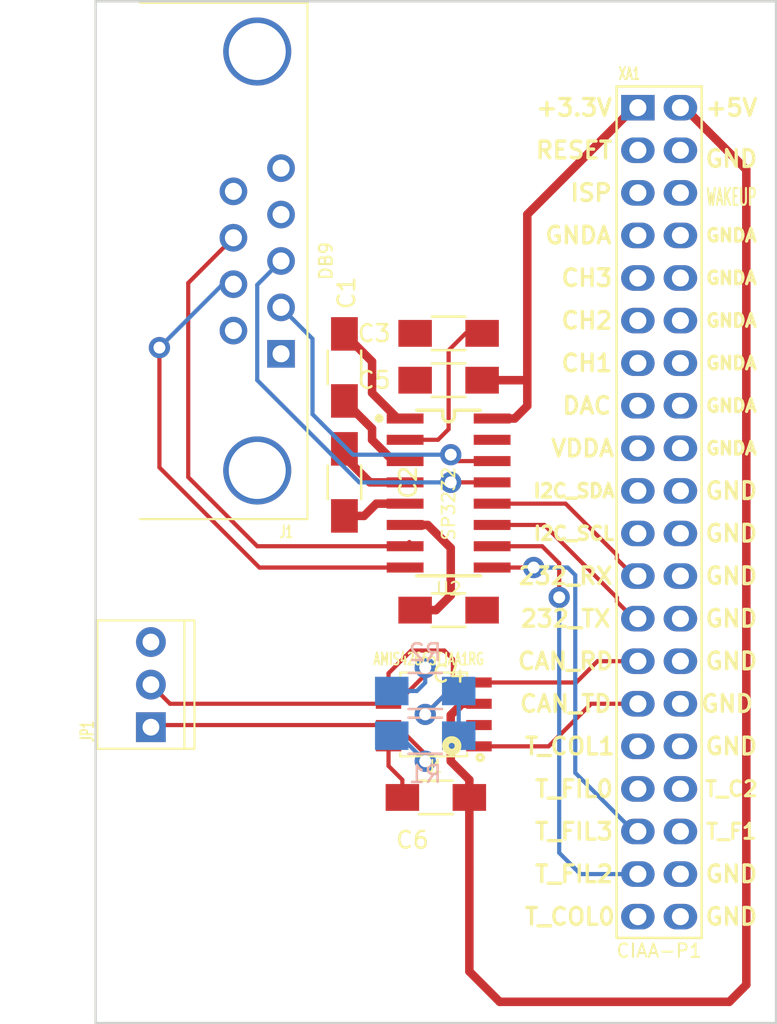
<source format=kicad_pcb>
(kicad_pcb (version 4) (host pcbnew 4.0.0-1rc2.201511201506+6189~38~ubuntu15.10.1-stable)

  (general
    (links 44)
    (no_connects 39)
    (area 117.278499 74.252499 163.905001 135.457001)
    (thickness 1.6)
    (drawings 4)
    (tracks 133)
    (zones 0)
    (modules 13)
    (nets 49)
  )

  (page A4)
  (layers
    (0 F.Cu signal)
    (31 B.Cu signal)
    (32 B.Adhes user)
    (33 F.Adhes user)
    (34 B.Paste user)
    (35 F.Paste user)
    (36 B.SilkS user)
    (37 F.SilkS user)
    (38 B.Mask user)
    (39 F.Mask user)
    (40 Dwgs.User user)
    (41 Cmts.User user)
    (42 Eco1.User user)
    (43 Eco2.User user)
    (44 Edge.Cuts user)
    (45 Margin user)
    (46 B.CrtYd user)
    (47 F.CrtYd user)
    (48 B.Fab user)
    (49 F.Fab user)
  )

  (setup
    (last_trace_width 0.508)
    (user_trace_width 0.3048)
    (user_trace_width 0.508)
    (trace_clearance 0.2)
    (zone_clearance 0.508)
    (zone_45_only no)
    (trace_min 0.2)
    (segment_width 0.2)
    (edge_width 0.15)
    (via_size 0.6)
    (via_drill 0.4)
    (via_min_size 0.4)
    (via_min_drill 0.3)
    (user_via 1.27 0.7112)
    (uvia_size 0.3)
    (uvia_drill 0.1)
    (uvias_allowed no)
    (uvia_min_size 0)
    (uvia_min_drill 0)
    (pcb_text_width 0.3)
    (pcb_text_size 1.5 1.5)
    (mod_edge_width 0.15)
    (mod_text_size 1 1)
    (mod_text_width 0.15)
    (pad_size 1.524 1.524)
    (pad_drill 0.762)
    (pad_to_mask_clearance 0.2)
    (aux_axis_origin 0 0)
    (visible_elements FFFEFF7F)
    (pcbplotparams
      (layerselection 0x00030_80000001)
      (usegerberextensions false)
      (excludeedgelayer true)
      (linewidth 0.100000)
      (plotframeref false)
      (viasonmask false)
      (mode 1)
      (useauxorigin false)
      (hpglpennumber 1)
      (hpglpenspeed 20)
      (hpglpendiameter 15)
      (hpglpenoverlay 2)
      (psnegative false)
      (psa4output false)
      (plotreference true)
      (plotvalue true)
      (plotinvisibletext false)
      (padsonsilk false)
      (subtractmaskfromsilk false)
      (outputformat 1)
      (mirror false)
      (drillshape 1)
      (scaleselection 1)
      (outputdirectory ""))
  )

  (net 0 "")
  (net 1 GND)
  (net 2 +5V)
  (net 3 "Net-(C2-Pad1)")
  (net 4 "Net-(C2-Pad2)")
  (net 5 "Net-(C3-Pad2)")
  (net 6 "Net-(C4-Pad2)")
  (net 7 +3.3V)
  (net 8 "Net-(J1-Pad1)")
  (net 9 "Net-(J1-Pad2)")
  (net 10 "Net-(J1-Pad3)")
  (net 11 "Net-(J1-Pad4)")
  (net 12 "Net-(J1-Pad6)")
  (net 13 "Net-(J1-Pad7)")
  (net 14 "Net-(J1-Pad8)")
  (net 15 "Net-(J1-Pad9)")
  (net 16 "Net-(JP1-Pad1)")
  (net 17 "Net-(JP1-Pad2)")
  (net 18 "Net-(R1-Pad2)")
  (net 19 "/Conector y Can/CAN_TX")
  (net 20 "/Conector y Can/CAN_RX")
  (net 21 "/Conector y Can/RTS")
  (net 22 "/Conector y Can/CTS")
  (net 23 "/Conector y Can/RXD")
  (net 24 "/Conector y Can/TXD")
  (net 25 "Net-(XA1-Pad11)")
  (net 26 "Net-(XA1-Pad13)")
  (net 27 "Net-(XA1-Pad6)")
  (net 28 "Net-(XA1-Pad15)")
  (net 29 "Net-(XA1-Pad8)")
  (net 30 "Net-(XA1-Pad17)")
  (net 31 "Net-(XA1-Pad10)")
  (net 32 "Net-(XA1-Pad19)")
  (net 33 "Net-(XA1-Pad12)")
  (net 34 "Net-(XA1-Pad21)")
  (net 35 "Net-(XA1-Pad14)")
  (net 36 "Net-(XA1-Pad16)")
  (net 37 "Net-(XA1-Pad18)")
  (net 38 "Net-(XA1-Pad31)")
  (net 39 "Net-(XA1-Pad33)")
  (net 40 "Net-(XA1-Pad34)")
  (net 41 "Net-(XA1-Pad36)")
  (net 42 "Net-(XA1-Pad3)")
  (net 43 "Net-(XA1-Pad5)")
  (net 44 "Net-(XA1-Pad7)")
  (net 45 "Net-(XA1-Pad9)")
  (net 46 "Net-(XA1-Pad39)")
  (net 47 "Net-(C1-Pad1)")
  (net 48 "Net-(C1-Pad2)")

  (net_class Default "Este es el tipo de red por defecto."
    (clearance 0.2)
    (trace_width 0.25)
    (via_dia 0.6)
    (via_drill 0.4)
    (uvia_dia 0.3)
    (uvia_drill 0.1)
    (add_net +3.3V)
    (add_net +5V)
    (add_net "/Conector y Can/CAN_RX")
    (add_net "/Conector y Can/CAN_TX")
    (add_net "/Conector y Can/CTS")
    (add_net "/Conector y Can/RTS")
    (add_net "/Conector y Can/RXD")
    (add_net "/Conector y Can/TXD")
    (add_net GND)
    (add_net "Net-(C1-Pad1)")
    (add_net "Net-(C1-Pad2)")
    (add_net "Net-(C2-Pad1)")
    (add_net "Net-(C2-Pad2)")
    (add_net "Net-(C3-Pad2)")
    (add_net "Net-(C4-Pad2)")
    (add_net "Net-(J1-Pad1)")
    (add_net "Net-(J1-Pad2)")
    (add_net "Net-(J1-Pad3)")
    (add_net "Net-(J1-Pad4)")
    (add_net "Net-(J1-Pad6)")
    (add_net "Net-(J1-Pad7)")
    (add_net "Net-(J1-Pad8)")
    (add_net "Net-(J1-Pad9)")
    (add_net "Net-(JP1-Pad1)")
    (add_net "Net-(JP1-Pad2)")
    (add_net "Net-(R1-Pad2)")
    (add_net "Net-(XA1-Pad10)")
    (add_net "Net-(XA1-Pad11)")
    (add_net "Net-(XA1-Pad12)")
    (add_net "Net-(XA1-Pad13)")
    (add_net "Net-(XA1-Pad14)")
    (add_net "Net-(XA1-Pad15)")
    (add_net "Net-(XA1-Pad16)")
    (add_net "Net-(XA1-Pad17)")
    (add_net "Net-(XA1-Pad18)")
    (add_net "Net-(XA1-Pad19)")
    (add_net "Net-(XA1-Pad21)")
    (add_net "Net-(XA1-Pad3)")
    (add_net "Net-(XA1-Pad31)")
    (add_net "Net-(XA1-Pad33)")
    (add_net "Net-(XA1-Pad34)")
    (add_net "Net-(XA1-Pad36)")
    (add_net "Net-(XA1-Pad39)")
    (add_net "Net-(XA1-Pad5)")
    (add_net "Net-(XA1-Pad6)")
    (add_net "Net-(XA1-Pad7)")
    (add_net "Net-(XA1-Pad8)")
    (add_net "Net-(XA1-Pad9)")
  )

  (module ej2:DB9_F_TH (layer F.Cu) (tedit 565607B0) (tstamp 565E0074)
    (at 132.842 89.916 90)
    (path /565DDBA2/565E0974)
    (fp_text reference J1 (at -16.165 1.735 180) (layer F.SilkS)
      (effects (font (size 0.7112 0.4572) (thickness 0.1143)))
    )
    (fp_text value DB9 (at 0 4.1 90) (layer F.SilkS)
      (effects (font (size 0.762 0.762) (thickness 0.127)))
    )
    (fp_line (start 15.4 3) (end 15.4 -7) (layer F.SilkS) (width 0.127))
    (fp_line (start 15.4 -9.5) (end 15.4 -7) (layer Dwgs.User) (width 0.127))
    (fp_line (start -15.4 3) (end -15.4 -7) (layer F.SilkS) (width 0.127))
    (fp_line (start -15.4 -9.5) (end -15.4 -7) (layer Dwgs.User) (width 0.127))
    (fp_line (start -15.4 -9.1) (end 15.4 -9.1) (layer Dwgs.User) (width 0.127))
    (fp_arc (start -14.2 -14.3) (end -14.2 -14.5) (angle 90) (layer Dwgs.User) (width 0.127))
    (fp_arc (start -13.8 -14.3) (end -14 -14.3) (angle 90) (layer Dwgs.User) (width 0.127))
    (fp_arc (start -10.8 -14.3) (end -11 -14.3) (angle 90) (layer Dwgs.User) (width 0.127))
    (fp_arc (start -11.2 -14.3) (end -11.2 -14.5) (angle 90) (layer Dwgs.User) (width 0.127))
    (fp_arc (start 11.2 -14.3) (end 11 -14.3) (angle 90) (layer Dwgs.User) (width 0.127))
    (fp_arc (start 10.8 -14.3) (end 10.8 -14.5) (angle 90) (layer Dwgs.User) (width 0.127))
    (fp_arc (start 14.2 -14.3) (end 14 -14.3) (angle 90) (layer Dwgs.User) (width 0.127))
    (fp_arc (start 13.8 -14.3) (end 13.8 -14.5) (angle 90) (layer Dwgs.User) (width 0.127))
    (fp_line (start 10 -14.1) (end 10 -9.5) (layer Dwgs.User) (width 0.127))
    (fp_line (start 15 -14.1) (end 15 -9.5) (layer Dwgs.User) (width 0.127))
    (fp_line (start 10.4 -14.5) (end 14.6 -14.5) (layer Dwgs.User) (width 0.127))
    (fp_line (start -15 -14.1) (end -15 -9.5) (layer Dwgs.User) (width 0.127))
    (fp_line (start -10 -14.1) (end -10 -9.5) (layer Dwgs.User) (width 0.127))
    (fp_line (start -14.6 -14.5) (end -10.4 -14.5) (layer Dwgs.User) (width 0.127))
    (fp_arc (start -14.6 -14.1) (end -15 -14.1) (angle 90) (layer Dwgs.User) (width 0.127))
    (fp_arc (start -10.4 -14.1) (end -10.4 -14.5) (angle 90) (layer Dwgs.User) (width 0.127))
    (fp_arc (start 10.4 -14.1) (end 10 -14.1) (angle 90) (layer Dwgs.User) (width 0.127))
    (fp_arc (start 14.6 -14.1) (end 14.6 -14.5) (angle 90) (layer Dwgs.User) (width 0.127))
    (fp_line (start 14 -14.5) (end 14 -9.5) (layer Dwgs.User) (width 0.127))
    (fp_line (start 11 -14.5) (end 11 -9.5) (layer Dwgs.User) (width 0.127))
    (fp_line (start -11 -14.5) (end -11 -9.5) (layer Dwgs.User) (width 0.127))
    (fp_line (start -14 -14.5) (end -14 -9.5) (layer Dwgs.User) (width 0.127))
    (fp_line (start 7.8 -15.3) (end -7.8 -15.3) (layer Dwgs.User) (width 0.127))
    (fp_line (start 8.2 -14.9) (end 8.2 -9.5) (layer Dwgs.User) (width 0.127))
    (fp_line (start -8.2 -14.9) (end -8.2 -9.5) (layer Dwgs.User) (width 0.127))
    (fp_arc (start -7.8 -14.9) (end -8.2 -14.9) (angle 90) (layer Dwgs.User) (width 0.127))
    (fp_arc (start 7.8 -14.9) (end 7.8 -15.3) (angle 90) (layer Dwgs.User) (width 0.127))
    (fp_line (start 15.4 3) (end -15.4 3) (layer F.SilkS) (width 0.127))
    (fp_line (start -15.4 -9.5) (end 15.4 -9.5) (layer Dwgs.User) (width 0.127))
    (pad 1 thru_hole rect (at -5.5372 1.4224 90) (size 1.651 1.651) (drill 1.016) (layers *.Cu *.Mask)
      (net 8 "Net-(J1-Pad1)"))
    (pad 2 thru_hole circle (at -2.7686 1.4224 90) (size 1.651 1.651) (drill 1.016) (layers *.Cu *.Mask)
      (net 9 "Net-(J1-Pad2)"))
    (pad 3 thru_hole circle (at 0 1.4224 90) (size 1.651 1.651) (drill 1.016) (layers *.Cu *.Mask)
      (net 10 "Net-(J1-Pad3)"))
    (pad 4 thru_hole circle (at 2.7686 1.4224 90) (size 1.651 1.651) (drill 1.016) (layers *.Cu *.Mask)
      (net 11 "Net-(J1-Pad4)"))
    (pad 5 thru_hole circle (at 5.5372 1.4224 90) (size 1.651 1.651) (drill 1.016) (layers *.Cu *.Mask)
      (net 1 GND))
    (pad 6 thru_hole circle (at -4.1529 -1.4224 90) (size 1.651 1.651) (drill 1.016) (layers *.Cu *.Mask)
      (net 12 "Net-(J1-Pad6)"))
    (pad 7 thru_hole circle (at -1.3843 -1.4224 90) (size 1.651 1.651) (drill 1.016) (layers *.Cu *.Mask)
      (net 13 "Net-(J1-Pad7)"))
    (pad 8 thru_hole circle (at 1.3843 -1.4224 90) (size 1.651 1.651) (drill 1.016) (layers *.Cu *.Mask)
      (net 14 "Net-(J1-Pad8)"))
    (pad 9 thru_hole circle (at 4.1529 -1.4224 90) (size 1.651 1.651) (drill 1.016) (layers *.Cu *.Mask)
      (net 15 "Net-(J1-Pad9)"))
    (pad 10 thru_hole circle (at -12.4968 0 90) (size 4.064 4.064) (drill 3.4) (layers *.Cu *.Mask))
    (pad 11 thru_hole circle (at 12.4968 0 90) (size 4.064 4.064) (drill 3.4) (layers *.Cu *.Mask))
    (model ${KIPRJMOD}/ej2.3dshapes/db_9f.wrl
      (at (xyz 0 0.31 0))
      (scale (xyz 1 1.1 1))
      (rotate (xyz 0 0 180))
    )
  )

  (module ej2:CON_PALETA_3 (layer F.Cu) (tedit 55918D28) (tstamp 565E007B)
    (at 126.492 115.189 90)
    (path /565DDB7A/565DFFE5)
    (fp_text reference JP1 (at -2.8 -3.8 90) (layer F.SilkS)
      (effects (font (size 0.762 0.4572) (thickness 0.127)))
    )
    (fp_text value CONN_3 (at 0 3.3 90) (layer F.Fab)
      (effects (font (size 0.762 0.4572) (thickness 0.127)))
    )
    (fp_line (start 3.83 -3.2) (end 3.83 2.6) (layer F.SilkS) (width 0.127))
    (fp_line (start -3.83 -3.2) (end 3.83 -3.2) (layer F.SilkS) (width 0.127))
    (fp_line (start -3.83 2.6) (end -3.83 -3.2) (layer F.SilkS) (width 0.127))
    (fp_line (start 3.83 2.6) (end -3.83 2.6) (layer F.SilkS) (width 0.127))
    (fp_line (start 3.83 2) (end -3.83 2) (layer F.SilkS) (width 0.127))
    (pad 1 thru_hole rect (at -2.54 0 90) (size 1.778 1.778) (drill 1) (layers *.Cu *.Mask)
      (net 16 "Net-(JP1-Pad1)"))
    (pad 2 thru_hole circle (at 0 0 90) (size 1.778 1.778) (drill 1) (layers *.Cu *.Mask)
      (net 17 "Net-(JP1-Pad2)"))
    (pad 3 thru_hole circle (at 2.54 0 90) (size 1.778 1.778) (drill 1) (layers *.Cu *.Mask)
      (net 1 GND))
    (model ${KIPRJMOD}/ej2.3dshapes/CON_PALETA_3.wrl
      (at (xyz 0 0.012 0))
      (scale (xyz 0.395 0.395 0.395))
      (rotate (xyz 0 0 180))
    )
  )

  (module ej2:R_1206_HandSoldering (layer B.Cu) (tedit 5418A20D) (tstamp 565E0081)
    (at 142.875 118.237)
    (descr "Resistor SMD 1206, hand soldering")
    (tags "resistor 1206")
    (path /565DDB7A/565DFB45)
    (attr smd)
    (fp_text reference R1 (at 0 2.3) (layer B.SilkS)
      (effects (font (size 1 1) (thickness 0.15)) (justify mirror))
    )
    (fp_text value 60 (at 0 -2.3) (layer B.Fab)
      (effects (font (size 1 1) (thickness 0.15)) (justify mirror))
    )
    (fp_line (start -3.3 1.2) (end 3.3 1.2) (layer B.CrtYd) (width 0.05))
    (fp_line (start -3.3 -1.2) (end 3.3 -1.2) (layer B.CrtYd) (width 0.05))
    (fp_line (start -3.3 1.2) (end -3.3 -1.2) (layer B.CrtYd) (width 0.05))
    (fp_line (start 3.3 1.2) (end 3.3 -1.2) (layer B.CrtYd) (width 0.05))
    (fp_line (start 1 -1.075) (end -1 -1.075) (layer B.SilkS) (width 0.15))
    (fp_line (start -1 1.075) (end 1 1.075) (layer B.SilkS) (width 0.15))
    (pad 1 smd rect (at -2 0) (size 2 1.7) (layers B.Cu B.Paste B.Mask)
      (net 16 "Net-(JP1-Pad1)"))
    (pad 2 smd rect (at 2 0) (size 2 1.7) (layers B.Cu B.Paste B.Mask)
      (net 18 "Net-(R1-Pad2)"))
    (model Resistors_SMD.3dshapes/R_1206_HandSoldering.wrl
      (at (xyz 0 0 0))
      (scale (xyz 1 1 1))
      (rotate (xyz 0 0 0))
    )
  )

  (module ej2:R_1206_HandSoldering (layer B.Cu) (tedit 5418A20D) (tstamp 565E0087)
    (at 142.875 115.57 180)
    (descr "Resistor SMD 1206, hand soldering")
    (tags "resistor 1206")
    (path /565DDB7A/565DFBFC)
    (attr smd)
    (fp_text reference R2 (at 0 2.3 180) (layer B.SilkS)
      (effects (font (size 1 1) (thickness 0.15)) (justify mirror))
    )
    (fp_text value 60 (at 0 -2.3 180) (layer B.Fab)
      (effects (font (size 1 1) (thickness 0.15)) (justify mirror))
    )
    (fp_line (start -3.3 1.2) (end 3.3 1.2) (layer B.CrtYd) (width 0.05))
    (fp_line (start -3.3 -1.2) (end 3.3 -1.2) (layer B.CrtYd) (width 0.05))
    (fp_line (start -3.3 1.2) (end -3.3 -1.2) (layer B.CrtYd) (width 0.05))
    (fp_line (start 3.3 1.2) (end 3.3 -1.2) (layer B.CrtYd) (width 0.05))
    (fp_line (start 1 -1.075) (end -1 -1.075) (layer B.SilkS) (width 0.15))
    (fp_line (start -1 1.075) (end 1 1.075) (layer B.SilkS) (width 0.15))
    (pad 1 smd rect (at -2 0 180) (size 2 1.7) (layers B.Cu B.Paste B.Mask)
      (net 18 "Net-(R1-Pad2)"))
    (pad 2 smd rect (at 2 0 180) (size 2 1.7) (layers B.Cu B.Paste B.Mask)
      (net 17 "Net-(JP1-Pad2)"))
    (model Resistors_SMD.3dshapes/R_1206_HandSoldering.wrl
      (at (xyz 0 0 0))
      (scale (xyz 1 1 1))
      (rotate (xyz 0 0 0))
    )
  )

  (module ej2:SOIC-8 (layer F.Cu) (tedit 53B412FC) (tstamp 565E0093)
    (at 143.383 116.967 180)
    (descr SO-8)
    (path /565DDB7A/565DFB00)
    (fp_text reference U1 (at 0 -3.1 180) (layer F.SilkS)
      (effects (font (size 0.7112 0.4572) (thickness 0.1143)))
    )
    (fp_text value AMIS42665TJAA1RG (at 0.3 3.3 180) (layer F.SilkS)
      (effects (font (size 0.7112 0.4572) (thickness 0.1143)))
    )
    (fp_line (start -2 -2.5) (end -2 -2.3) (layer F.SilkS) (width 0.127))
    (fp_line (start -2 2.5) (end -2 2.3) (layer F.SilkS) (width 0.127))
    (fp_line (start 2 2.5) (end 2 2.3) (layer F.SilkS) (width 0.127))
    (fp_line (start 2 -2.5) (end 2 -2.3) (layer F.SilkS) (width 0.127))
    (fp_circle (center -2.7746 -2.5764) (end -2.8 -2.5) (layer F.SilkS) (width 0.2032))
    (fp_line (start 2 -2.5) (end -2 -2.5) (layer F.SilkS) (width 0.127))
    (fp_line (start -2 2.5) (end 2 2.5) (layer F.SilkS) (width 0.127))
    (fp_circle (center -1.0746 -1.8764) (end -1.1 -1.7) (layer F.SilkS) (width 0.4))
    (pad 1 smd rect (at -2.7 -1.905 90) (size 0.6 1.52) (layers F.Cu F.Paste F.Mask)
      (net 19 "/Conector y Can/CAN_TX"))
    (pad 2 smd rect (at -2.7 -0.635 90) (size 0.6 1.52) (layers F.Cu F.Paste F.Mask)
      (net 1 GND))
    (pad 3 smd rect (at -2.7 0.635 90) (size 0.6 1.52) (layers F.Cu F.Paste F.Mask)
      (net 2 +5V))
    (pad 4 smd rect (at -2.7 1.905 90) (size 0.6 1.52) (layers F.Cu F.Paste F.Mask)
      (net 20 "/Conector y Can/CAN_RX"))
    (pad 5 smd rect (at 2.7 1.905 90) (size 0.6 1.52) (layers F.Cu F.Paste F.Mask)
      (net 18 "Net-(R1-Pad2)"))
    (pad 6 smd rect (at 2.7 0.635 90) (size 0.6 1.52) (layers F.Cu F.Paste F.Mask)
      (net 17 "Net-(JP1-Pad2)"))
    (pad 7 smd rect (at 2.7 -0.635 90) (size 0.6 1.52) (layers F.Cu F.Paste F.Mask)
      (net 16 "Net-(JP1-Pad1)"))
    (pad 8 smd rect (at 2.7 -1.905 90) (size 0.6 1.52) (layers F.Cu F.Paste F.Mask)
      (net 1 GND))
    (model ${KIPRJMOD}/ej2.3dshapes/so-8.wrl
      (at (xyz 0 0 0))
      (scale (xyz 1 1 1))
      (rotate (xyz 0 0 90))
    )
  )

  (module ej2:SP3232ECN-SOIC16N (layer F.Cu) (tedit 5656340C) (tstamp 565E00A7)
    (at 144.272 103.759 270)
    (descr "SMALL OUTLINE INTEGRATED CIRCUIT")
    (tags "SMALL OUTLINE INTEGRATED CIRCUIT")
    (path /565DDBA2/565E0486)
    (attr smd)
    (fp_text reference U2 (at 5.715 0 360) (layer F.SilkS)
      (effects (font (size 0.762 0.762) (thickness 0.1143)))
    )
    (fp_text value SP3232 (at 0.635 0 270) (layer F.SilkS)
      (effects (font (size 0.762 0.762) (thickness 0.1143)))
    )
    (fp_line (start -4.6 0.35) (end -4.9 0.35) (layer F.SilkS) (width 0.2032))
    (fp_line (start -4.6 -0.35) (end -4.9 -0.35) (layer F.SilkS) (width 0.2032))
    (fp_arc (start -4.6 0) (end -4.6 -0.35) (angle 180) (layer F.SilkS) (width 0.2032))
    (fp_circle (center -4.45 4.15) (end -4.35 4.05) (layer F.SilkS) (width 0.254))
    (fp_line (start -4.93776 1.89992) (end -4.93776 0.35) (layer F.SilkS) (width 0.2032))
    (fp_line (start -4.93776 -0.35) (end -4.93776 -1.89992) (layer F.SilkS) (width 0.2032))
    (fp_line (start 4.93776 -1.89992) (end 4.93776 1.39954) (layer F.SilkS) (width 0.2032))
    (fp_line (start 4.93776 1.39954) (end 4.93776 1.89992) (layer F.SilkS) (width 0.2032))
    (pad 1 smd rect (at -4.445 2.59842 270) (size 0.59944 2.19964) (layers F.Cu F.Paste F.Mask)
      (net 47 "Net-(C1-Pad1)"))
    (pad 2 smd rect (at -3.175 2.59842 270) (size 0.59944 2.19964) (layers F.Cu F.Paste F.Mask)
      (net 5 "Net-(C3-Pad2)"))
    (pad 3 smd rect (at -1.905 2.59842 270) (size 0.59944 2.19964) (layers F.Cu F.Paste F.Mask)
      (net 48 "Net-(C1-Pad2)"))
    (pad 4 smd rect (at -0.635 2.59842 270) (size 0.59944 2.19964) (layers F.Cu F.Paste F.Mask)
      (net 3 "Net-(C2-Pad1)"))
    (pad 5 smd rect (at 0.635 2.59842 270) (size 0.59944 2.19964) (layers F.Cu F.Paste F.Mask)
      (net 4 "Net-(C2-Pad2)"))
    (pad 6 smd rect (at 1.905 2.59842 270) (size 0.59944 2.19964) (layers F.Cu F.Paste F.Mask)
      (net 6 "Net-(C4-Pad2)"))
    (pad 7 smd rect (at 3.175 2.59842 270) (size 0.59944 2.19964) (layers F.Cu F.Paste F.Mask)
      (net 14 "Net-(J1-Pad8)"))
    (pad 8 smd rect (at 4.445 2.59842 270) (size 0.59944 2.19964) (layers F.Cu F.Paste F.Mask)
      (net 13 "Net-(J1-Pad7)"))
    (pad 9 smd rect (at 4.445 -2.59842 270) (size 0.59944 2.19964) (layers F.Cu F.Paste F.Mask)
      (net 21 "/Conector y Can/RTS"))
    (pad 10 smd rect (at 3.175 -2.59842 270) (size 0.59944 2.19964) (layers F.Cu F.Paste F.Mask)
      (net 22 "/Conector y Can/CTS"))
    (pad 11 smd rect (at 1.905 -2.59842 270) (size 0.59944 2.19964) (layers F.Cu F.Paste F.Mask)
      (net 23 "/Conector y Can/RXD"))
    (pad 12 smd rect (at 0.635 -2.59842 270) (size 0.59944 2.19964) (layers F.Cu F.Paste F.Mask)
      (net 24 "/Conector y Can/TXD"))
    (pad 13 smd rect (at -0.635 -2.59842 270) (size 0.59944 2.19964) (layers F.Cu F.Paste F.Mask)
      (net 10 "Net-(J1-Pad3)"))
    (pad 14 smd rect (at -1.905 -2.59842 270) (size 0.59944 2.19964) (layers F.Cu F.Paste F.Mask)
      (net 9 "Net-(J1-Pad2)"))
    (pad 15 smd rect (at -3.175 -2.59842 270) (size 0.59944 2.19964) (layers F.Cu F.Paste F.Mask)
      (net 1 GND))
    (pad 16 smd rect (at -4.445 -2.59842 270) (size 0.59944 2.19964) (layers F.Cu F.Paste F.Mask)
      (net 7 +3.3V))
    (model ${KIPRJMOD}/ej2.3dshapes/so-16.wrl
      (at (xyz 0 0 0))
      (scale (xyz 1 1 1))
      (rotate (xyz 0 0 0))
    )
  )

  (module ej2:Conn_Poncho_Derecha (layer F.Cu) (tedit 565779F5) (tstamp 565E00D3)
    (at 155.575 80.772)
    (tags "CONN Poncho")
    (path /565DDB7A/565DF507)
    (fp_text reference XA1 (at -0.508 -2.032) (layer F.SilkS)
      (effects (font (size 0.7112 0.4572) (thickness 0.1143)))
    )
    (fp_text value Conn_Poncho2P_2x_20x2 (at -1.905 51.181) (layer F.SilkS) hide
      (effects (font (size 0.7112 0.4572) (thickness 0.1143)))
    )
    (fp_text user GND (at 5.588 48.26) (layer F.SilkS)
      (effects (font (size 1 1) (thickness 0.2)))
    )
    (fp_text user GND (at 5.588 45.72) (layer F.SilkS)
      (effects (font (size 1 1) (thickness 0.2)))
    )
    (fp_text user T_F1 (at 5.588 43.18) (layer F.SilkS)
      (effects (font (size 0.9 0.9) (thickness 0.18)))
    )
    (fp_text user T_C2 (at 5.588 40.64) (layer F.SilkS)
      (effects (font (size 0.9 0.9) (thickness 0.18)))
    )
    (fp_text user GND (at 5.588 38.1) (layer F.SilkS)
      (effects (font (size 1 1) (thickness 0.2)))
    )
    (fp_text user GND (at 5.334 35.56) (layer F.SilkS)
      (effects (font (size 1 1) (thickness 0.2)))
    )
    (fp_text user GND (at 5.588 33.02) (layer F.SilkS)
      (effects (font (size 1 1) (thickness 0.2)))
    )
    (fp_text user GND (at 5.588 30.48) (layer F.SilkS)
      (effects (font (size 1 1) (thickness 0.2)))
    )
    (fp_text user GND (at 5.588 27.94) (layer F.SilkS)
      (effects (font (size 1 1) (thickness 0.2)))
    )
    (fp_text user GND (at 5.588 25.4) (layer F.SilkS)
      (effects (font (size 1 1) (thickness 0.2)))
    )
    (fp_text user GND (at 5.588 22.86) (layer F.SilkS)
      (effects (font (size 1 1) (thickness 0.2)))
    )
    (fp_text user GNDA (at 5.588 20.32) (layer F.SilkS)
      (effects (font (size 0.76 0.76) (thickness 0.19)))
    )
    (fp_text user GNDA (at 5.588 17.78) (layer F.SilkS)
      (effects (font (size 0.76 0.76) (thickness 0.19)))
    )
    (fp_text user GNDA (at 5.588 15.24) (layer F.SilkS)
      (effects (font (size 0.76 0.76) (thickness 0.19)))
    )
    (fp_text user GNDA (at 5.588 12.7) (layer F.SilkS)
      (effects (font (size 0.76 0.76) (thickness 0.19)))
    )
    (fp_text user GNDA (at 5.588 10.16) (layer F.SilkS)
      (effects (font (size 0.76 0.76) (thickness 0.19)))
    )
    (fp_text user GNDA (at 5.588 7.62) (layer F.SilkS)
      (effects (font (size 0.76 0.76) (thickness 0.19)))
    )
    (fp_text user WAKEUP (at 5.588 5.334) (layer F.SilkS)
      (effects (font (size 1 0.5) (thickness 0.125)))
    )
    (fp_text user GND (at 5.588 3.048) (layer F.SilkS)
      (effects (font (size 1 1) (thickness 0.2)))
    )
    (fp_text user +5V (at 5.588 0) (layer F.SilkS)
      (effects (font (size 1 1) (thickness 0.2)))
    )
    (fp_text user T_COL0 (at -4.064 48.26) (layer F.SilkS)
      (effects (font (size 1 1) (thickness 0.2)))
    )
    (fp_text user T_FIL2 (at -3.81 45.72) (layer F.SilkS)
      (effects (font (size 1 1) (thickness 0.2)))
    )
    (fp_text user T_FIL3 (at -3.81 43.18) (layer F.SilkS)
      (effects (font (size 1 1) (thickness 0.2)))
    )
    (fp_text user T_FIL0 (at -3.81 40.64) (layer F.SilkS)
      (effects (font (size 1 1) (thickness 0.2)))
    )
    (fp_text user T_COL1 (at -4.064 38.1) (layer F.SilkS)
      (effects (font (size 1 1) (thickness 0.2)))
    )
    (fp_text user CAN_TD (at -4.318 35.56) (layer F.SilkS)
      (effects (font (size 1 1) (thickness 0.2)))
    )
    (fp_text user CAN_RD (at -4.318 33.02) (layer F.SilkS)
      (effects (font (size 1 1) (thickness 0.2)))
    )
    (fp_text user 232_TX (at -4.318 30.48) (layer F.SilkS)
      (effects (font (size 1 1) (thickness 0.2)))
    )
    (fp_text user 232_RX (at -4.318 27.94) (layer F.SilkS)
      (effects (font (size 1 1) (thickness 0.2)))
    )
    (fp_text user I2C_SCL (at -3.81 25.4) (layer F.SilkS)
      (effects (font (size 0.8 0.8) (thickness 0.2)))
    )
    (fp_text user I2C_SDA (at -3.81 22.86) (layer F.SilkS)
      (effects (font (size 0.8 0.8) (thickness 0.2)))
    )
    (fp_text user VDDA (at -3.302 20.32) (layer F.SilkS)
      (effects (font (size 1 1) (thickness 0.2)))
    )
    (fp_text user DAC (at -3.048 17.78) (layer F.SilkS)
      (effects (font (size 1 1) (thickness 0.2)))
    )
    (fp_text user CH1 (at -3.048 15.24) (layer F.SilkS)
      (effects (font (size 1 1) (thickness 0.2)))
    )
    (fp_text user CH2 (at -3.048 12.7) (layer F.SilkS)
      (effects (font (size 1 1) (thickness 0.2)))
    )
    (fp_text user CH3 (at -3.048 10.16) (layer F.SilkS)
      (effects (font (size 1 1) (thickness 0.2)))
    )
    (fp_text user GNDA (at -3.556 7.62) (layer F.SilkS)
      (effects (font (size 1 1) (thickness 0.2)))
    )
    (fp_text user ISP (at -2.794 5.08) (layer F.SilkS)
      (effects (font (size 1 1) (thickness 0.2)))
    )
    (fp_text user RESET (at -3.81 2.54) (layer F.SilkS)
      (effects (font (size 1 1) (thickness 0.2)))
    )
    (fp_text user CIAA-P1 (at 1.27 50.292) (layer F.SilkS)
      (effects (font (size 0.8 0.8) (thickness 0.12)))
    )
    (fp_text user +3.3V (at -3.81 0) (layer F.SilkS)
      (effects (font (size 1 1) (thickness 0.2)))
    )
    (fp_line (start -1.27 49.53) (end -1.27 -1.27) (layer F.SilkS) (width 0.15))
    (fp_line (start 3.81 49.53) (end 3.81 -1.27) (layer F.SilkS) (width 0.15))
    (fp_line (start 3.81 49.53) (end -1.27 49.53) (layer F.SilkS) (width 0.15))
    (fp_line (start 3.81 -1.27) (end -1.27 -1.27) (layer F.SilkS) (width 0.15))
    (pad 1 thru_hole rect (at 0 0 270) (size 1.524 2) (drill 1.016) (layers *.Cu *.Mask)
      (net 7 +3.3V))
    (pad 2 thru_hole oval (at 2.54 0 270) (size 1.524 2) (drill 1.016) (layers *.Cu *.Mask)
      (net 2 +5V))
    (pad 11 thru_hole oval (at 0 12.7 270) (size 1.524 2) (drill 1.016) (layers *.Cu *.Mask)
      (net 25 "Net-(XA1-Pad11)"))
    (pad 4 thru_hole oval (at 2.54 2.54 270) (size 1.524 2) (drill 1.016) (layers *.Cu *.Mask)
      (net 1 GND))
    (pad 13 thru_hole oval (at 0 15.24 270) (size 1.524 2) (drill 1.016) (layers *.Cu *.Mask)
      (net 26 "Net-(XA1-Pad13)"))
    (pad 6 thru_hole oval (at 2.54 5.08 270) (size 1.524 2) (drill 1.016) (layers *.Cu *.Mask)
      (net 27 "Net-(XA1-Pad6)"))
    (pad 15 thru_hole oval (at 0 17.78 270) (size 1.524 2) (drill 1.016) (layers *.Cu *.Mask)
      (net 28 "Net-(XA1-Pad15)"))
    (pad 8 thru_hole oval (at 2.54 7.62 270) (size 1.524 2) (drill 1.016) (layers *.Cu *.Mask)
      (net 29 "Net-(XA1-Pad8)"))
    (pad 17 thru_hole oval (at 0 20.32 270) (size 1.524 2) (drill 1.016) (layers *.Cu *.Mask)
      (net 30 "Net-(XA1-Pad17)"))
    (pad 10 thru_hole oval (at 2.54 10.16 270) (size 1.524 2) (drill 1.016) (layers *.Cu *.Mask)
      (net 31 "Net-(XA1-Pad10)"))
    (pad 19 thru_hole oval (at 0 22.86 270) (size 1.524 2) (drill 1.016) (layers *.Cu *.Mask)
      (net 32 "Net-(XA1-Pad19)"))
    (pad 12 thru_hole oval (at 2.54 12.7 270) (size 1.524 2) (drill 1.016) (layers *.Cu *.Mask)
      (net 33 "Net-(XA1-Pad12)"))
    (pad 21 thru_hole oval (at 0 25.4 270) (size 1.524 2) (drill 1.016) (layers *.Cu *.Mask)
      (net 34 "Net-(XA1-Pad21)"))
    (pad 14 thru_hole oval (at 2.54 15.24 270) (size 1.524 2) (drill 1.016) (layers *.Cu *.Mask)
      (net 35 "Net-(XA1-Pad14)"))
    (pad 23 thru_hole oval (at 0 27.94 270) (size 1.524 2) (drill 1.016) (layers *.Cu *.Mask)
      (net 24 "/Conector y Can/TXD"))
    (pad 16 thru_hole oval (at 2.54 17.78 270) (size 1.524 2) (drill 1.016) (layers *.Cu *.Mask)
      (net 36 "Net-(XA1-Pad16)"))
    (pad 25 thru_hole oval (at 0 30.48 270) (size 1.524 2) (drill 1.016) (layers *.Cu *.Mask)
      (net 23 "/Conector y Can/RXD"))
    (pad 18 thru_hole oval (at 2.54 20.32 270) (size 1.524 2) (drill 1.016) (layers *.Cu *.Mask)
      (net 37 "Net-(XA1-Pad18)"))
    (pad 27 thru_hole oval (at 0 33.02 270) (size 1.524 2) (drill 1.016) (layers *.Cu *.Mask)
      (net 20 "/Conector y Can/CAN_RX"))
    (pad 20 thru_hole oval (at 2.54 22.86 270) (size 1.524 2) (drill 1.016) (layers *.Cu *.Mask)
      (net 1 GND))
    (pad 29 thru_hole oval (at 0 35.56 270) (size 1.524 2) (drill 1.016) (layers *.Cu *.Mask)
      (net 19 "/Conector y Can/CAN_TX"))
    (pad 22 thru_hole oval (at 2.54 25.4 270) (size 1.524 2) (drill 1.016) (layers *.Cu *.Mask)
      (net 1 GND))
    (pad 31 thru_hole oval (at 0 38.1 270) (size 1.524 2) (drill 1.016) (layers *.Cu *.Mask)
      (net 38 "Net-(XA1-Pad31)"))
    (pad 24 thru_hole oval (at 2.54 27.94 270) (size 1.524 2) (drill 1.016) (layers *.Cu *.Mask)
      (net 1 GND))
    (pad 26 thru_hole oval (at 2.54 30.48 270) (size 1.524 2) (drill 1.016) (layers *.Cu *.Mask)
      (net 1 GND))
    (pad 33 thru_hole oval (at 0 40.64 270) (size 1.524 2) (drill 1.016) (layers *.Cu *.Mask)
      (net 39 "Net-(XA1-Pad33)"))
    (pad 28 thru_hole oval (at 2.54 33.02 270) (size 1.524 2) (drill 1.016) (layers *.Cu *.Mask)
      (net 1 GND))
    (pad 32 thru_hole oval (at 2.54 38.1 270) (size 1.524 2) (drill 1.016) (layers *.Cu *.Mask)
      (net 1 GND))
    (pad 34 thru_hole oval (at 2.54 40.64 270) (size 1.524 2) (drill 1.016) (layers *.Cu *.Mask)
      (net 40 "Net-(XA1-Pad34)"))
    (pad 36 thru_hole oval (at 2.54 43.18 270) (size 1.524 2) (drill 1.016) (layers *.Cu *.Mask)
      (net 41 "Net-(XA1-Pad36)"))
    (pad 38 thru_hole oval (at 2.54 45.72 270) (size 1.524 2) (drill 1.016) (layers *.Cu *.Mask)
      (net 1 GND))
    (pad 35 thru_hole oval (at 0 43.18 270) (size 1.524 2) (drill 1.016) (layers *.Cu *.Mask)
      (net 21 "/Conector y Can/RTS"))
    (pad 37 thru_hole oval (at 0 45.72 270) (size 1.524 2) (drill 1.016) (layers *.Cu *.Mask)
      (net 22 "/Conector y Can/CTS"))
    (pad 3 thru_hole oval (at 0 2.54 270) (size 1.524 2) (drill 1.016) (layers *.Cu *.Mask)
      (net 42 "Net-(XA1-Pad3)"))
    (pad 5 thru_hole oval (at 0 5.08 270) (size 1.524 2) (drill 1.016) (layers *.Cu *.Mask)
      (net 43 "Net-(XA1-Pad5)"))
    (pad 7 thru_hole oval (at 0 7.62 270) (size 1.524 2) (drill 1.016) (layers *.Cu *.Mask)
      (net 44 "Net-(XA1-Pad7)"))
    (pad 9 thru_hole oval (at 0 10.16 270) (size 1.524 2) (drill 1.016) (layers *.Cu *.Mask)
      (net 45 "Net-(XA1-Pad9)"))
    (pad 39 thru_hole oval (at 0 48.26 270) (size 1.524 2) (drill 1.016) (layers *.Cu *.Mask)
      (net 46 "Net-(XA1-Pad39)"))
    (pad 40 thru_hole oval (at 2.54 48.26 270) (size 1.524 2) (drill 1.016) (layers *.Cu *.Mask)
      (net 1 GND))
    (pad 30 thru_hole oval (at 2.54 35.56 270) (size 1.524 2) (drill 1.016) (layers *.Cu *.Mask)
      (net 1 GND))
    (model ${KIPRJMOD}/ej2.3dshapes/pin_strip_20x2.wrl
      (at (xyz 0.05 -0.95 -0.063))
      (scale (xyz 1 1 1))
      (rotate (xyz 180 0 90))
    )
  )

  (module ej2:C_1206_Handsoldering (layer F.Cu) (tedit 565E12B5) (tstamp 565E0C3F)
    (at 138.049 96.266 270)
    (path /565DDBA2/565E059C)
    (fp_text reference C1 (at -4.445 -0.127 270) (layer F.SilkS)
      (effects (font (size 1 1) (thickness 0.15)))
    )
    (fp_text value 100nF (at 1.25 2.35 270) (layer F.Fab)
      (effects (font (size 1 1) (thickness 0.15)))
    )
    (fp_line (start 3.3 -1.15) (end 3.3 1.15) (layer F.CrtYd) (width 0.05))
    (fp_line (start -3.3 -1.15) (end 3.3 -1.15) (layer F.CrtYd) (width 0.05))
    (fp_line (start 3.3 1.15) (end -3.3 1.15) (layer F.CrtYd) (width 0.05))
    (fp_line (start -3.3 1.15) (end -3.3 -1.15) (layer F.CrtYd) (width 0.05))
    (fp_line (start -1 1) (end 1 1) (layer F.SilkS) (width 0.15))
    (fp_line (start -1 -1) (end 1 -1) (layer F.SilkS) (width 0.15))
    (pad 1 smd rect (at -2 0 270) (size 2 1.6) (layers F.Cu F.Paste F.Mask)
      (net 47 "Net-(C1-Pad1)"))
    (pad 2 smd rect (at 2 0 270) (size 2 1.6) (layers F.Cu F.Paste F.Mask)
      (net 48 "Net-(C1-Pad2)"))
  )

  (module ej2:C_1206_Handsoldering (layer F.Cu) (tedit 565E0950) (tstamp 565E0C4A)
    (at 138.049 103.124 270)
    (path /565DDBA2/565E0619)
    (fp_text reference C2 (at 0 -3.81 270) (layer F.SilkS)
      (effects (font (size 1 1) (thickness 0.15)))
    )
    (fp_text value 100nF (at 1.25 2.35 270) (layer F.Fab)
      (effects (font (size 1 1) (thickness 0.15)))
    )
    (fp_line (start 3.3 -1.15) (end 3.3 1.15) (layer F.CrtYd) (width 0.05))
    (fp_line (start -3.3 -1.15) (end 3.3 -1.15) (layer F.CrtYd) (width 0.05))
    (fp_line (start 3.3 1.15) (end -3.3 1.15) (layer F.CrtYd) (width 0.05))
    (fp_line (start -3.3 1.15) (end -3.3 -1.15) (layer F.CrtYd) (width 0.05))
    (fp_line (start -1 1) (end 1 1) (layer F.SilkS) (width 0.15))
    (fp_line (start -1 -1) (end 1 -1) (layer F.SilkS) (width 0.15))
    (pad 1 smd rect (at -2 0 270) (size 2 1.6) (layers F.Cu F.Paste F.Mask)
      (net 3 "Net-(C2-Pad1)"))
    (pad 2 smd rect (at 2 0 270) (size 2 1.6) (layers F.Cu F.Paste F.Mask)
      (net 4 "Net-(C2-Pad2)"))
  )

  (module ej2:C_1206_Handsoldering (layer F.Cu) (tedit 565E12AE) (tstamp 565E0C55)
    (at 144.272 94.234)
    (path /565DDBA2/565E07F7)
    (fp_text reference C3 (at -4.445 0) (layer F.SilkS)
      (effects (font (size 1 1) (thickness 0.15)))
    )
    (fp_text value 100nF (at 1.25 2.35) (layer F.Fab)
      (effects (font (size 1 1) (thickness 0.15)))
    )
    (fp_line (start 3.3 -1.15) (end 3.3 1.15) (layer F.CrtYd) (width 0.05))
    (fp_line (start -3.3 -1.15) (end 3.3 -1.15) (layer F.CrtYd) (width 0.05))
    (fp_line (start 3.3 1.15) (end -3.3 1.15) (layer F.CrtYd) (width 0.05))
    (fp_line (start -3.3 1.15) (end -3.3 -1.15) (layer F.CrtYd) (width 0.05))
    (fp_line (start -1 1) (end 1 1) (layer F.SilkS) (width 0.15))
    (fp_line (start -1 -1) (end 1 -1) (layer F.SilkS) (width 0.15))
    (pad 1 smd rect (at -2 0) (size 2 1.6) (layers F.Cu F.Paste F.Mask)
      (net 1 GND))
    (pad 2 smd rect (at 2 0) (size 2 1.6) (layers F.Cu F.Paste F.Mask)
      (net 5 "Net-(C3-Pad2)"))
  )

  (module ej2:C_1206_Handsoldering (layer F.Cu) (tedit 565E0950) (tstamp 565E0C60)
    (at 144.272 110.744 180)
    (path /565DDBA2/565E0915)
    (fp_text reference C4 (at 0 -3.81 180) (layer F.SilkS)
      (effects (font (size 1 1) (thickness 0.15)))
    )
    (fp_text value 100nF (at 1.25 2.35 180) (layer F.Fab)
      (effects (font (size 1 1) (thickness 0.15)))
    )
    (fp_line (start 3.3 -1.15) (end 3.3 1.15) (layer F.CrtYd) (width 0.05))
    (fp_line (start -3.3 -1.15) (end 3.3 -1.15) (layer F.CrtYd) (width 0.05))
    (fp_line (start 3.3 1.15) (end -3.3 1.15) (layer F.CrtYd) (width 0.05))
    (fp_line (start -3.3 1.15) (end -3.3 -1.15) (layer F.CrtYd) (width 0.05))
    (fp_line (start -1 1) (end 1 1) (layer F.SilkS) (width 0.15))
    (fp_line (start -1 -1) (end 1 -1) (layer F.SilkS) (width 0.15))
    (pad 1 smd rect (at -2 0 180) (size 2 1.6) (layers F.Cu F.Paste F.Mask)
      (net 1 GND))
    (pad 2 smd rect (at 2 0 180) (size 2 1.6) (layers F.Cu F.Paste F.Mask)
      (net 6 "Net-(C4-Pad2)"))
  )

  (module ej2:C_1206_Handsoldering (layer F.Cu) (tedit 565E12A5) (tstamp 565E0C6B)
    (at 144.272 97.028 180)
    (path /565DDBA2/565E0769)
    (fp_text reference C5 (at 4.445 0 180) (layer F.SilkS)
      (effects (font (size 1 1) (thickness 0.15)))
    )
    (fp_text value 100nF (at 1.25 2.35 180) (layer F.Fab)
      (effects (font (size 1 1) (thickness 0.15)))
    )
    (fp_line (start 3.3 -1.15) (end 3.3 1.15) (layer F.CrtYd) (width 0.05))
    (fp_line (start -3.3 -1.15) (end 3.3 -1.15) (layer F.CrtYd) (width 0.05))
    (fp_line (start 3.3 1.15) (end -3.3 1.15) (layer F.CrtYd) (width 0.05))
    (fp_line (start -3.3 1.15) (end -3.3 -1.15) (layer F.CrtYd) (width 0.05))
    (fp_line (start -1 1) (end 1 1) (layer F.SilkS) (width 0.15))
    (fp_line (start -1 -1) (end 1 -1) (layer F.SilkS) (width 0.15))
    (pad 1 smd rect (at -2 0 180) (size 2 1.6) (layers F.Cu F.Paste F.Mask)
      (net 7 +3.3V))
    (pad 2 smd rect (at 2 0 180) (size 2 1.6) (layers F.Cu F.Paste F.Mask)
      (net 1 GND))
  )

  (module ej2:C_1206_Handsoldering (layer F.Cu) (tedit 565E0950) (tstamp 565E0C76)
    (at 143.51 121.92)
    (path /565DDB7A/565DFE53)
    (fp_text reference C6 (at -1.397 2.54 180) (layer F.SilkS)
      (effects (font (size 1 1) (thickness 0.15)))
    )
    (fp_text value C (at 1.25 2.35) (layer F.Fab)
      (effects (font (size 1 1) (thickness 0.15)))
    )
    (fp_line (start 3.3 -1.15) (end 3.3 1.15) (layer F.CrtYd) (width 0.05))
    (fp_line (start -3.3 -1.15) (end 3.3 -1.15) (layer F.CrtYd) (width 0.05))
    (fp_line (start 3.3 1.15) (end -3.3 1.15) (layer F.CrtYd) (width 0.05))
    (fp_line (start -3.3 1.15) (end -3.3 -1.15) (layer F.CrtYd) (width 0.05))
    (fp_line (start -1 1) (end 1 1) (layer F.SilkS) (width 0.15))
    (fp_line (start -1 -1) (end 1 -1) (layer F.SilkS) (width 0.15))
    (pad 1 smd rect (at -2 0) (size 2 1.6) (layers F.Cu F.Paste F.Mask)
      (net 1 GND))
    (pad 2 smd rect (at 2 0) (size 2 1.6) (layers F.Cu F.Paste F.Mask)
      (net 2 +5V))
  )

  (gr_line (start 123.19 135.382) (end 123.19 74.422) (angle 90) (layer Edge.Cuts) (width 0.15))
  (gr_line (start 163.83 135.382) (end 123.19 135.382) (angle 90) (layer Edge.Cuts) (width 0.15))
  (gr_line (start 163.83 74.422) (end 163.83 135.382) (angle 90) (layer Edge.Cuts) (width 0.15))
  (gr_line (start 123.19 74.422) (end 163.83 74.422) (angle 90) (layer Edge.Cuts) (width 0.15))

  (segment (start 141.51 121.92) (end 141.51 120.87) (width 0.25) (layer F.Cu) (net 1))
  (segment (start 141.51 120.87) (end 140.683 120.043) (width 0.25) (layer F.Cu) (net 1))
  (segment (start 140.683 120.043) (end 140.683 118.872) (width 0.25) (layer F.Cu) (net 1))
  (segment (start 145.51 126.079) (end 145.51 121.92) (width 0.508) (layer F.Cu) (net 2))
  (segment (start 145.51 126.079) (end 145.51 132.302) (width 0.508) (layer F.Cu) (net 2))
  (segment (start 161.036 134.112) (end 162.052 133.096) (width 0.508) (layer F.Cu) (net 2))
  (segment (start 145.51 132.302) (end 147.32 134.112) (width 0.508) (layer F.Cu) (net 2))
  (segment (start 162.052 84.471) (end 158.353 80.772) (width 0.508) (layer F.Cu) (net 2))
  (segment (start 147.32 134.112) (end 161.036 134.112) (width 0.508) (layer F.Cu) (net 2))
  (segment (start 162.052 133.096) (end 162.052 84.471) (width 0.508) (layer F.Cu) (net 2))
  (segment (start 158.353 80.772) (end 158.115 80.772) (width 0.508) (layer F.Cu) (net 2))
  (segment (start 144.399 117.006) (end 144.399 119.759) (width 0.508) (layer F.Cu) (net 2))
  (segment (start 144.399 119.759) (end 145.51 120.87) (width 0.508) (layer F.Cu) (net 2))
  (segment (start 145.51 120.87) (end 145.51 121.92) (width 0.508) (layer F.Cu) (net 2))
  (segment (start 146.083 116.332) (end 145.073 116.332) (width 0.508) (layer F.Cu) (net 2))
  (segment (start 145.073 116.332) (end 144.399 117.006) (width 0.508) (layer F.Cu) (net 2))
  (segment (start 138.049 101.124) (end 138.049 101.6) (width 0.25) (layer F.Cu) (net 3))
  (segment (start 138.049 101.6) (end 139.573 103.124) (width 0.508) (layer F.Cu) (net 3) (tstamp 565E1382))
  (segment (start 139.573 103.124) (end 141.67358 103.124) (width 0.508) (layer F.Cu) (net 3) (tstamp 565E1384))
  (segment (start 138.049 101.124) (end 138.398 101.124) (width 0.25) (layer F.Cu) (net 3))
  (segment (start 138.049 105.124) (end 139.224 105.124) (width 0.508) (layer F.Cu) (net 4))
  (segment (start 139.224 105.124) (end 139.954 104.394) (width 0.508) (layer F.Cu) (net 4) (tstamp 565E137C))
  (segment (start 139.954 104.394) (end 141.67358 104.394) (width 0.508) (layer F.Cu) (net 4) (tstamp 565E137E))
  (segment (start 146.272 94.234) (end 145.288 94.234) (width 0.25) (layer F.Cu) (net 5))
  (segment (start 145.288 94.234) (end 144.272 95.25) (width 0.25) (layer F.Cu) (net 5) (tstamp 565E1346))
  (segment (start 144.272 95.25) (end 144.272 99.949) (width 0.25) (layer F.Cu) (net 5) (tstamp 565E1347))
  (segment (start 144.272 99.949) (end 143.637 100.584) (width 0.25) (layer F.Cu) (net 5) (tstamp 565E1349))
  (segment (start 143.637 100.584) (end 141.67358 100.584) (width 0.25) (layer F.Cu) (net 5) (tstamp 565E134A))
  (segment (start 141.67358 105.664) (end 143.0234 105.664) (width 0.508) (layer F.Cu) (net 6))
  (segment (start 143.0234 105.664) (end 144.399 107.0396) (width 0.508) (layer F.Cu) (net 6))
  (segment (start 144.399 107.0396) (end 144.399 109.867) (width 0.508) (layer F.Cu) (net 6))
  (segment (start 144.399 109.867) (end 143.522 110.744) (width 0.508) (layer F.Cu) (net 6))
  (segment (start 143.522 110.744) (end 142.272 110.744) (width 0.508) (layer F.Cu) (net 6))
  (segment (start 148.971 87.138) (end 155.337 80.772) (width 0.508) (layer F.Cu) (net 7))
  (segment (start 148.971 97.028) (end 148.971 87.138) (width 0.508) (layer F.Cu) (net 7))
  (segment (start 155.337 80.772) (end 155.575 80.772) (width 0.508) (layer F.Cu) (net 7))
  (segment (start 148.971 97.028) (end 146.272 97.028) (width 0.508) (layer F.Cu) (net 7))
  (segment (start 148.971 98.56324) (end 148.971 97.028) (width 0.508) (layer F.Cu) (net 7))
  (segment (start 148.22024 99.314) (end 148.971 98.56324) (width 0.508) (layer F.Cu) (net 7))
  (segment (start 146.87042 99.314) (end 148.22024 99.314) (width 0.508) (layer F.Cu) (net 7))
  (segment (start 136.144 99.06) (end 136.144 94.5642) (width 0.25) (layer B.Cu) (net 9))
  (segment (start 136.144 94.5642) (end 134.2644 92.6846) (width 0.25) (layer B.Cu) (net 9))
  (segment (start 138.557 101.473) (end 136.144 99.06) (width 0.25) (layer B.Cu) (net 9))
  (segment (start 144.399 101.473) (end 138.557 101.473) (width 0.25) (layer B.Cu) (net 9))
  (segment (start 146.87042 101.854) (end 144.78 101.854) (width 0.25) (layer F.Cu) (net 9))
  (segment (start 144.78 101.854) (end 144.399 101.473) (width 0.25) (layer F.Cu) (net 9))
  (via (at 144.399 101.473) (size 1.27) (drill 0.7112) (layers F.Cu B.Cu) (net 9))
  (segment (start 132.842 97.028) (end 132.842 91.3384) (width 0.25) (layer B.Cu) (net 10))
  (segment (start 132.842 91.3384) (end 134.2644 89.916) (width 0.25) (layer B.Cu) (net 10))
  (segment (start 138.938 103.124) (end 132.842 97.028) (width 0.25) (layer B.Cu) (net 10))
  (segment (start 144.399 103.124) (end 138.938 103.124) (width 0.25) (layer B.Cu) (net 10))
  (segment (start 146.87042 103.124) (end 144.399 103.124) (width 0.25) (layer F.Cu) (net 10))
  (via (at 144.399 103.124) (size 1.27) (drill 0.7112) (layers F.Cu B.Cu) (net 10))
  (segment (start 127 95.0849) (end 130.7846 91.3003) (width 0.25) (layer B.Cu) (net 13))
  (segment (start 130.7846 91.3003) (end 131.4196 91.3003) (width 0.25) (layer B.Cu) (net 13))
  (via (at 127 95.0849) (size 1.27) (drill 0.7112) (layers F.Cu B.Cu) (net 13))
  (segment (start 141.67358 108.204) (end 132.969 108.204) (width 0.25) (layer F.Cu) (net 13))
  (segment (start 132.969 108.204) (end 127 102.235) (width 0.25) (layer F.Cu) (net 13))
  (segment (start 127 102.235) (end 127 95.0849) (width 0.25) (layer F.Cu) (net 13))
  (segment (start 132.842 106.934) (end 128.72001 102.81201) (width 0.25) (layer F.Cu) (net 14))
  (segment (start 128.72001 102.81201) (end 128.72001 91.23129) (width 0.25) (layer F.Cu) (net 14))
  (segment (start 128.72001 91.23129) (end 130.594101 89.357199) (width 0.25) (layer F.Cu) (net 14))
  (segment (start 130.594101 89.357199) (end 131.4196 88.5317) (width 0.25) (layer F.Cu) (net 14))
  (segment (start 141.67358 106.934) (end 132.842 106.934) (width 0.25) (layer F.Cu) (net 14))
  (segment (start 141.67358 106.934) (end 141.92758 106.68) (width 0.25) (layer F.Cu) (net 14))
  (segment (start 140.683 117.602) (end 126.619 117.602) (width 0.25) (layer F.Cu) (net 16))
  (segment (start 126.619 117.602) (end 126.492 117.729) (width 0.25) (layer F.Cu) (net 16))
  (segment (start 142.875 119.761) (end 141.351 118.237) (width 0.25) (layer B.Cu) (net 16))
  (segment (start 141.351 118.237) (end 140.875 118.237) (width 0.25) (layer B.Cu) (net 16))
  (segment (start 140.683 117.602) (end 141.143 117.602) (width 0.25) (layer F.Cu) (net 16))
  (segment (start 142.875 119.334) (end 142.875 119.761) (width 0.25) (layer F.Cu) (net 16))
  (segment (start 141.143 117.602) (end 142.875 119.334) (width 0.25) (layer F.Cu) (net 16))
  (via (at 142.875 119.761) (size 1.27) (drill 0.7112) (layers F.Cu B.Cu) (net 16))
  (segment (start 140.683 116.332) (end 127.635 116.332) (width 0.25) (layer F.Cu) (net 17))
  (segment (start 127.635 116.332) (end 126.492 115.189) (width 0.25) (layer F.Cu) (net 17))
  (segment (start 142.875 114.173) (end 142.875 115.071025) (width 0.25) (layer B.Cu) (net 17))
  (segment (start 142.875 115.071025) (end 142.376025 115.57) (width 0.25) (layer B.Cu) (net 17))
  (segment (start 142.376025 115.57) (end 142.125 115.57) (width 0.25) (layer B.Cu) (net 17))
  (segment (start 142.125 115.57) (end 140.875 115.57) (width 0.25) (layer B.Cu) (net 17))
  (segment (start 140.683 116.332) (end 141.143 116.332) (width 0.25) (layer F.Cu) (net 17))
  (segment (start 141.143 116.332) (end 142.875 114.6) (width 0.25) (layer F.Cu) (net 17))
  (segment (start 142.875 114.6) (end 142.875 114.173) (width 0.25) (layer F.Cu) (net 17))
  (via (at 142.875 114.173) (size 1.27) (drill 0.7112) (layers F.Cu B.Cu) (net 17))
  (segment (start 127 114.681) (end 126.492 115.189) (width 0.25) (layer F.Cu) (net 17))
  (segment (start 142.875 116.967) (end 144.272 115.57) (width 0.25) (layer B.Cu) (net 18))
  (segment (start 144.272 115.57) (end 144.875 115.57) (width 0.25) (layer B.Cu) (net 18))
  (segment (start 144.526 113.665) (end 144.526 115.316) (width 0.25) (layer F.Cu) (net 18))
  (segment (start 144.526 115.316) (end 142.875 116.967) (width 0.25) (layer F.Cu) (net 18))
  (via (at 142.875 116.967) (size 1.27) (drill 0.7112) (layers F.Cu B.Cu) (net 18))
  (segment (start 144.018 113.157) (end 144.526 113.665) (width 0.25) (layer F.Cu) (net 18))
  (segment (start 142.038 113.157) (end 144.018 113.157) (width 0.25) (layer F.Cu) (net 18))
  (segment (start 140.683 115.062) (end 140.683 114.512) (width 0.25) (layer F.Cu) (net 18))
  (segment (start 140.683 114.512) (end 142.038 113.157) (width 0.25) (layer F.Cu) (net 18))
  (segment (start 144.875 115.57) (end 144.875 116.67) (width 0.25) (layer B.Cu) (net 18))
  (segment (start 144.875 116.67) (end 144.875 118.237) (width 0.25) (layer B.Cu) (net 18))
  (segment (start 150.241 118.872) (end 152.781 116.332) (width 0.25) (layer F.Cu) (net 19))
  (segment (start 152.781 116.332) (end 155.575 116.332) (width 0.25) (layer F.Cu) (net 19))
  (segment (start 146.083 118.872) (end 150.241 118.872) (width 0.25) (layer F.Cu) (net 19))
  (segment (start 151.892 115.062) (end 153.162 113.792) (width 0.25) (layer F.Cu) (net 20))
  (segment (start 153.162 113.792) (end 155.575 113.792) (width 0.25) (layer F.Cu) (net 20))
  (segment (start 146.083 115.062) (end 151.892 115.062) (width 0.25) (layer F.Cu) (net 20))
  (segment (start 151.384 108.204) (end 151.836001 108.656001) (width 0.25) (layer B.Cu) (net 21))
  (segment (start 151.836001 108.656001) (end 151.836001 120.451001) (width 0.25) (layer B.Cu) (net 21))
  (segment (start 151.836001 120.451001) (end 155.337 123.952) (width 0.25) (layer B.Cu) (net 21))
  (segment (start 155.337 123.952) (end 155.575 123.952) (width 0.25) (layer B.Cu) (net 21))
  (segment (start 149.352 108.204) (end 151.384 108.204) (width 0.25) (layer B.Cu) (net 21))
  (via (at 149.352 108.204) (size 1.27) (drill 0.7112) (layers F.Cu B.Cu) (net 21))
  (segment (start 146.87042 108.204) (end 149.352 108.204) (width 0.25) (layer F.Cu) (net 21))
  (segment (start 150.876 125.222) (end 152.146 126.492) (width 0.25) (layer B.Cu) (net 22))
  (segment (start 152.146 126.492) (end 155.575 126.492) (width 0.25) (layer B.Cu) (net 22))
  (segment (start 150.876 109.982) (end 150.876 125.222) (width 0.25) (layer B.Cu) (net 22))
  (segment (start 150.876 107.95) (end 150.876 109.982) (width 0.25) (layer F.Cu) (net 22))
  (via (at 150.876 109.982) (size 1.27) (drill 0.7112) (layers F.Cu B.Cu) (net 22))
  (segment (start 149.86 106.934) (end 150.876 107.95) (width 0.25) (layer F.Cu) (net 22))
  (segment (start 146.87042 106.934) (end 149.86 106.934) (width 0.25) (layer F.Cu) (net 22))
  (segment (start 146.87042 105.664) (end 149.987 105.664) (width 0.25) (layer F.Cu) (net 23))
  (segment (start 149.987 105.664) (end 154.325 110.002) (width 0.25) (layer F.Cu) (net 23))
  (segment (start 154.325 110.002) (end 154.325 110.24) (width 0.25) (layer F.Cu) (net 23))
  (segment (start 154.325 110.24) (end 155.337 111.252) (width 0.25) (layer F.Cu) (net 23))
  (segment (start 155.337 111.252) (end 155.575 111.252) (width 0.25) (layer F.Cu) (net 23))
  (segment (start 146.87042 104.394) (end 151.257 104.394) (width 0.25) (layer F.Cu) (net 24))
  (segment (start 151.257 104.394) (end 154.325 107.462) (width 0.25) (layer F.Cu) (net 24))
  (segment (start 154.325 107.462) (end 154.325 107.7) (width 0.25) (layer F.Cu) (net 24))
  (segment (start 154.325 107.7) (end 155.337 108.712) (width 0.25) (layer F.Cu) (net 24))
  (segment (start 155.337 108.712) (end 155.575 108.712) (width 0.25) (layer F.Cu) (net 24))
  (segment (start 141.67358 99.314) (end 141.224 99.314) (width 0.25) (layer F.Cu) (net 47))
  (segment (start 141.224 99.314) (end 139.7 97.79) (width 0.508) (layer F.Cu) (net 47))
  (segment (start 139.7 95.917) (end 138.049 94.266) (width 0.508) (layer F.Cu) (net 47))
  (segment (start 139.7 97.79) (end 139.7 95.917) (width 0.508) (layer F.Cu) (net 47))
  (segment (start 141.67358 101.854) (end 140.97 101.854) (width 0.25) (layer F.Cu) (net 48))
  (segment (start 140.97 101.854) (end 139.7 100.584) (width 0.508) (layer F.Cu) (net 48) (tstamp 565E1389))
  (segment (start 139.7 99.917) (end 138.049 98.266) (width 0.508) (layer F.Cu) (net 48) (tstamp 565E1390))
  (segment (start 139.7 100.584) (end 139.7 99.917) (width 0.508) (layer F.Cu) (net 48) (tstamp 565E138C))

)

</source>
